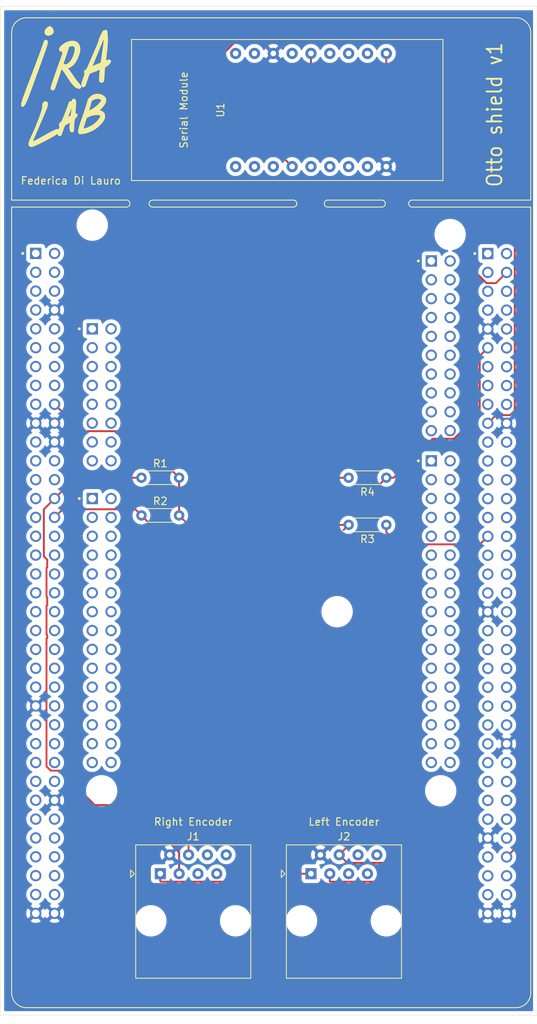
<source format=kicad_pcb>
(kicad_pcb (version 20171130) (host pcbnew 5.1.5-52549c5~84~ubuntu18.04.1)
  (layers (0 F.Cu signal) (31 B.Cu signal) (34 B.Paste user) (35 F.Paste user) (36 B.SilkS user) (37 F.SilkS user) (38 B.Mask user) (39 F.Mask user) (44 Edge.Cuts user))
  (net 0 "")
  (net 1 GND)
  (net 2 "Net-(A1-PadCN11_18)")
  (net 3 "Net-(A1-PadCN11_28)")
  (net 4 "Net-(A1-PadCN11_30)")
  (net 5 "Net-(A1-PadCN12_4)")
  (net 6 "Net-(A1-PadCN12_11)")
  (net 7 "Net-(A1-PadCN12_19)")
  (net 8 "Net-(A1-PadCN12_31)")
  (net 9 "Net-(A1-PadCN12_66)")
  (module az_serial_module:az_serial_module (layer F.Cu) (at 120.65 46.99 90)
    (fp_text reference U1 (at 0 0.5 90) (layer F.SilkS))
    (fp_text value az_serial_module)
    (pad 1 thru_hole circle (at -7.62 2.54 90) (size 1.524 1.524) (drill 0.762) (layers *.Cu *.Mask))
    (pad 2 thru_hole circle (at -7.62 5.08 90) (size 1.524 1.524) (drill 0.762) (layers *.Cu *.Mask))
    (pad 3 thru_hole circle (at -7.62 7.62 90) (size 1.524 1.524) (drill 0.762) (layers *.Cu *.Mask))
    (pad 4 thru_hole circle (at -7.62 10.16 90) (size 1.524 1.524) (drill 0.762) (layers *.Cu *.Mask) (net 9 "Net-(A1-PadCN12_66)"))
    (pad 5 thru_hole circle (at -7.62 12.7 90) (size 1.524 1.524) (drill 0.762) (layers *.Cu *.Mask))
    (pad 6 thru_hole circle (at -7.62 15.24 90) (size 1.524 1.524) (drill 0.762) (layers *.Cu *.Mask))
    (pad 7 thru_hole circle (at -7.62 17.78 90) (size 1.524 1.524) (drill 0.762) (layers *.Cu *.Mask))
    (pad 8 thru_hole circle (at -7.62 20.32 90) (size 1.524 1.524) (drill 0.762) (layers *.Cu *.Mask))
    (pad 9 thru_hole circle (at -7.62 22.86 90) (size 1.524 1.524) (drill 0.762) (layers *.Cu *.Mask) (net 1 GND))
    (pad 10 thru_hole circle (at 7.62 2.54 90) (size 1.524 1.524) (drill 0.762) (layers *.Cu *.Mask))
    (pad 11 thru_hole circle (at 7.62 5.08 90) (size 1.524 1.524) (drill 0.762) (layers *.Cu *.Mask))
    (pad 12 thru_hole circle (at 7.62 7.62 90) (size 1.524 1.524) (drill 0.762) (layers *.Cu *.Mask) (net 1 GND))
    (pad 13 thru_hole circle (at 7.62 10.16 90) (size 1.524 1.524) (drill 0.762) (layers *.Cu *.Mask))
    (pad 14 thru_hole circle (at 7.62 12.7 90) (size 1.524 1.524) (drill 0.762) (layers *.Cu *.Mask) (net 5 "Net-(A1-PadCN12_4)"))
    (pad 15 thru_hole circle (at 7.62 15.24 90) (size 1.524 1.524) (drill 0.762) (layers *.Cu *.Mask))
    (pad 16 thru_hole circle (at 7.62 17.78 90) (size 1.524 1.524) (drill 0.762) (layers *.Cu *.Mask))
    (pad 17 thru_hole circle (at 7.62 20.32 90) (size 1.524 1.524) (drill 0.762) (layers *.Cu *.Mask))
    (pad 18 thru_hole circle (at 7.62 22.86 90) (size 1.524 1.524) (drill 0.762) (layers *.Cu *.Mask) (net 7 "Net-(A1-PadCN12_19)"))
  )
  (module ira_logo:ira_logo (layer F.Cu) (at 100.33 43.815)
    (fp_text reference G*** hide)
    (fp_text value LOGO hide)
  )
  (module NUCLEO-F767ZI:ST_NUCLEO-F767ZI (layer F.Cu) (at 127.985001 101.235001)
    (fp_text reference A1 (at -30.305 -68.219) (layer F.SilkS) (effects (font (size 1.4 1.4) (thickness 0.015))))
    (fp_text value NUCLEO-F767ZI)
    (pad CN11_1 thru_hole rect (at -31.75 -34.93) (size 1.53 1.53) (drill 1.02) (layers *.Cu *.Mask))
    (pad CN11_2 thru_hole circle (at -29.21 -34.93) (size 1.53 1.53) (drill 1.02) (layers *.Cu *.Mask))
    (pad CN11_3 thru_hole circle (at -31.75 -32.39) (size 1.53 1.53) (drill 1.02) (layers *.Cu *.Mask))
    (pad CN11_4 thru_hole circle (at -29.21 -32.39) (size 1.53 1.53) (drill 1.02) (layers *.Cu *.Mask))
    (pad CN11_5 thru_hole circle (at -31.75 -29.85) (size 1.53 1.53) (drill 1.02) (layers *.Cu *.Mask))
    (pad CN11_6 thru_hole circle (at -29.21 -29.85) (size 1.53 1.53) (drill 1.02) (layers *.Cu *.Mask))
    (pad CN11_7 thru_hole circle (at -31.75 -27.31) (size 1.53 1.53) (drill 1.02) (layers *.Cu *.Mask))
    (pad CN11_8 thru_hole circle (at -29.21 -27.31) (size 1.53 1.53) (drill 1.02) (layers *.Cu *.Mask) (net 1 GND))
    (pad CN11_9 thru_hole circle (at -31.75 -24.77) (size 1.53 1.53) (drill 1.02) (layers *.Cu *.Mask))
    (pad CN11_10 thru_hole circle (at -29.21 -24.77) (size 1.53 1.53) (drill 1.02) (layers *.Cu *.Mask))
    (pad CN11_11 thru_hole circle (at -31.75 -22.23) (size 1.53 1.53) (drill 1.02) (layers *.Cu *.Mask))
    (pad CN11_12 thru_hole circle (at -29.21 -22.23) (size 1.53 1.53) (drill 1.02) (layers *.Cu *.Mask))
    (pad CN11_13 thru_hole circle (at -31.75 -19.69) (size 1.53 1.53) (drill 1.02) (layers *.Cu *.Mask))
    (pad CN11_14 thru_hole circle (at -29.21 -19.69) (size 1.53 1.53) (drill 1.02) (layers *.Cu *.Mask))
    (pad CN11_15 thru_hole circle (at -31.75 -17.15) (size 1.53 1.53) (drill 1.02) (layers *.Cu *.Mask))
    (pad CN11_16 thru_hole circle (at -29.21 -17.15) (size 1.53 1.53) (drill 1.02) (layers *.Cu *.Mask))
    (pad CN11_17 thru_hole circle (at -31.75 -14.61) (size 1.53 1.53) (drill 1.02) (layers *.Cu *.Mask))
    (pad CN11_18 thru_hole circle (at -29.21 -14.61) (size 1.53 1.53) (drill 1.02) (layers *.Cu *.Mask) (net 2 "Net-(A1-PadCN11_18)"))
    (pad CN11_19 thru_hole circle (at -31.75 -12.07) (size 1.53 1.53) (drill 1.02) (layers *.Cu *.Mask) (net 1 GND))
    (pad CN11_20 thru_hole circle (at -29.21 -12.07) (size 1.53 1.53) (drill 1.02) (layers *.Cu *.Mask) (net 1 GND))
    (pad CN11_21 thru_hole circle (at -31.75 -9.53) (size 1.53 1.53) (drill 1.02) (layers *.Cu *.Mask))
    (pad CN11_22 thru_hole circle (at -29.21 -9.53) (size 1.53 1.53) (drill 1.02) (layers *.Cu *.Mask) (net 1 GND))
    (pad CN11_23 thru_hole circle (at -31.75 -6.99) (size 1.53 1.53) (drill 1.02) (layers *.Cu *.Mask))
    (pad CN11_24 thru_hole circle (at -29.21 -6.99) (size 1.53 1.53) (drill 1.02) (layers *.Cu *.Mask))
    (pad CN11_25 thru_hole circle (at -31.75 -4.45) (size 1.53 1.53) (drill 1.02) (layers *.Cu *.Mask))
    (pad CN11_26 thru_hole circle (at -29.21 -4.45) (size 1.53 1.53) (drill 1.02) (layers *.Cu *.Mask))
    (pad CN11_27 thru_hole circle (at -31.75 -1.91) (size 1.53 1.53) (drill 1.02) (layers *.Cu *.Mask))
    (pad CN11_28 thru_hole circle (at -29.21 -1.91) (size 1.53 1.53) (drill 1.02) (layers *.Cu *.Mask) (net 3 "Net-(A1-PadCN11_28)"))
    (pad CN11_29 thru_hole circle (at -31.75 0.63) (size 1.53 1.53) (drill 1.02) (layers *.Cu *.Mask))
    (pad CN11_30 thru_hole circle (at -29.21 0.63) (size 1.53 1.53) (drill 1.02) (layers *.Cu *.Mask) (net 4 "Net-(A1-PadCN11_30)"))
    (pad CN11_31 thru_hole circle (at -31.75 3.17) (size 1.53 1.53) (drill 1.02) (layers *.Cu *.Mask))
    (pad CN11_32 thru_hole circle (at -29.21 3.17) (size 1.53 1.53) (drill 1.02) (layers *.Cu *.Mask))
    (pad CN11_33 thru_hole circle (at -31.75 5.71) (size 1.53 1.53) (drill 1.02) (layers *.Cu *.Mask))
    (pad CN11_34 thru_hole circle (at -29.21 5.71) (size 1.53 1.53) (drill 1.02) (layers *.Cu *.Mask))
    (pad CN11_35 thru_hole circle (at -31.75 8.25) (size 1.53 1.53) (drill 1.02) (layers *.Cu *.Mask))
    (pad CN11_36 thru_hole circle (at -29.21 8.25) (size 1.53 1.53) (drill 1.02) (layers *.Cu *.Mask))
    (pad CN11_37 thru_hole circle (at -31.75 10.79) (size 1.53 1.53) (drill 1.02) (layers *.Cu *.Mask))
    (pad CN11_38 thru_hole circle (at -29.21 10.79) (size 1.53 1.53) (drill 1.02) (layers *.Cu *.Mask))
    (pad CN11_39 thru_hole circle (at -31.75 13.33) (size 1.53 1.53) (drill 1.02) (layers *.Cu *.Mask))
    (pad CN11_40 thru_hole circle (at -29.21 13.33) (size 1.53 1.53) (drill 1.02) (layers *.Cu *.Mask))
    (pad CN11_41 thru_hole circle (at -31.75 15.87) (size 1.53 1.53) (drill 1.02) (layers *.Cu *.Mask))
    (pad CN11_42 thru_hole circle (at -29.21 15.87) (size 1.53 1.53) (drill 1.02) (layers *.Cu *.Mask))
    (pad CN11_43 thru_hole circle (at -31.75 18.41) (size 1.53 1.53) (drill 1.02) (layers *.Cu *.Mask))
    (pad CN11_44 thru_hole circle (at -29.21 18.41) (size 1.53 1.53) (drill 1.02) (layers *.Cu *.Mask))
    (pad CN11_45 thru_hole circle (at -31.75 20.95) (size 1.53 1.53) (drill 1.02) (layers *.Cu *.Mask))
    (pad CN11_46 thru_hole circle (at -29.21 20.95) (size 1.53 1.53) (drill 1.02) (layers *.Cu *.Mask))
    (pad CN11_47 thru_hole circle (at -31.75 23.49) (size 1.53 1.53) (drill 1.02) (layers *.Cu *.Mask))
    (pad CN11_48 thru_hole circle (at -29.21 23.49) (size 1.53 1.53) (drill 1.02) (layers *.Cu *.Mask))
    (pad CN11_49 thru_hole circle (at -31.75 26.03) (size 1.53 1.53) (drill 1.02) (layers *.Cu *.Mask) (net 1 GND))
    (pad CN11_50 thru_hole circle (at -29.21 26.03) (size 1.53 1.53) (drill 1.02) (layers *.Cu *.Mask))
    (pad CN11_51 thru_hole circle (at -31.75 28.57) (size 1.53 1.53) (drill 1.02) (layers *.Cu *.Mask))
    (pad CN11_52 thru_hole circle (at -29.21 28.57) (size 1.53 1.53) (drill 1.02) (layers *.Cu *.Mask))
    (pad CN11_53 thru_hole circle (at -31.75 31.11) (size 1.53 1.53) (drill 1.02) (layers *.Cu *.Mask))
    (pad CN11_54 thru_hole circle (at -29.21 31.11) (size 1.53 1.53) (drill 1.02) (layers *.Cu *.Mask))
    (pad CN11_55 thru_hole circle (at -31.75 33.65) (size 1.53 1.53) (drill 1.02) (layers *.Cu *.Mask))
    (pad CN11_56 thru_hole circle (at -29.21 33.65) (size 1.53 1.53) (drill 1.02) (layers *.Cu *.Mask))
    (pad CN11_57 thru_hole circle (at -31.75 36.19) (size 1.53 1.53) (drill 1.02) (layers *.Cu *.Mask))
    (pad CN11_58 thru_hole circle (at -29.21 36.19) (size 1.53 1.53) (drill 1.02) (layers *.Cu *.Mask))
    (pad CN11_59 thru_hole circle (at -31.75 38.73) (size 1.53 1.53) (drill 1.02) (layers *.Cu *.Mask))
    (pad CN11_60 thru_hole circle (at -29.21 38.73) (size 1.53 1.53) (drill 1.02) (layers *.Cu *.Mask) (net 1 GND))
    (pad CN11_61 thru_hole circle (at -31.75 41.27) (size 1.53 1.53) (drill 1.02) (layers *.Cu *.Mask))
    (pad CN11_62 thru_hole circle (at -29.21 41.27) (size 1.53 1.53) (drill 1.02) (layers *.Cu *.Mask))
    (pad CN11_63 thru_hole circle (at -31.75 43.81) (size 1.53 1.53) (drill 1.02) (layers *.Cu *.Mask))
    (pad CN11_64 thru_hole circle (at -29.21 43.81) (size 1.53 1.53) (drill 1.02) (layers *.Cu *.Mask))
    (pad CN11_65 thru_hole circle (at -31.75 46.35) (size 1.53 1.53) (drill 1.02) (layers *.Cu *.Mask))
    (pad CN11_66 thru_hole circle (at -29.21 46.35) (size 1.53 1.53) (drill 1.02) (layers *.Cu *.Mask))
    (pad CN11_67 thru_hole circle (at -31.75 48.89) (size 1.53 1.53) (drill 1.02) (layers *.Cu *.Mask))
    (pad CN11_68 thru_hole circle (at -29.21 48.89) (size 1.53 1.53) (drill 1.02) (layers *.Cu *.Mask))
    (pad CN11_69 thru_hole circle (at -31.75 51.43) (size 1.53 1.53) (drill 1.02) (layers *.Cu *.Mask))
    (pad CN11_70 thru_hole circle (at -29.21 51.43) (size 1.53 1.53) (drill 1.02) (layers *.Cu *.Mask))
    (pad CN12_1 thru_hole rect (at 29.21 -34.91) (size 1.53 1.53) (drill 1.02) (layers *.Cu *.Mask))
    (pad CN12_2 thru_hole circle (at 31.75 -34.91) (size 1.53 1.53) (drill 1.02) (layers *.Cu *.Mask))
    (pad CN8_1 thru_hole rect (at -24.13 -24.77) (size 1.53 1.53) (drill 1.02) (layers *.Cu *.Mask))
    (pad CN8_2 thru_hole circle (at -21.59 -24.77) (size 1.53 1.53) (drill 1.02) (layers *.Cu *.Mask))
    (pad CN8_3 thru_hole circle (at -24.13 -22.23) (size 1.53 1.53) (drill 1.02) (layers *.Cu *.Mask))
    (pad CN8_4 thru_hole circle (at -21.59 -22.23) (size 1.53 1.53) (drill 1.02) (layers *.Cu *.Mask))
    (pad CN8_5 thru_hole circle (at -24.13 -19.69) (size 1.53 1.53) (drill 1.02) (layers *.Cu *.Mask))
    (pad CN8_6 thru_hole circle (at -21.59 -19.69) (size 1.53 1.53) (drill 1.02) (layers *.Cu *.Mask))
    (pad CN8_7 thru_hole circle (at -24.13 -17.15) (size 1.53 1.53) (drill 1.02) (layers *.Cu *.Mask))
    (pad CN8_8 thru_hole circle (at -21.59 -17.15) (size 1.53 1.53) (drill 1.02) (layers *.Cu *.Mask))
    (pad CN8_9 thru_hole circle (at -24.13 -14.61) (size 1.53 1.53) (drill 1.02) (layers *.Cu *.Mask))
    (pad CN8_10 thru_hole circle (at -21.59 -14.61) (size 1.53 1.53) (drill 1.02) (layers *.Cu *.Mask))
    (pad CN8_11 thru_hole circle (at -24.13 -12.07) (size 1.53 1.53) (drill 1.02) (layers *.Cu *.Mask))
    (pad CN8_12 thru_hole circle (at -21.59 -12.07) (size 1.53 1.53) (drill 1.02) (layers *.Cu *.Mask))
    (pad CN8_13 thru_hole circle (at -24.13 -9.53) (size 1.53 1.53) (drill 1.02) (layers *.Cu *.Mask))
    (pad CN8_14 thru_hole circle (at -21.59 -9.53) (size 1.53 1.53) (drill 1.02) (layers *.Cu *.Mask))
    (pad CN8_15 thru_hole circle (at -24.13 -6.99) (size 1.53 1.53) (drill 1.02) (layers *.Cu *.Mask))
    (pad CN8_16 thru_hole circle (at -21.59 -6.99) (size 1.53 1.53) (drill 1.02) (layers *.Cu *.Mask))
    (pad CN9_1 thru_hole rect (at -24.13 -1.91) (size 1.53 1.53) (drill 1.02) (layers *.Cu *.Mask))
    (pad CN9_2 thru_hole circle (at -21.59 -1.91) (size 1.53 1.53) (drill 1.02) (layers *.Cu *.Mask))
    (pad CN9_3 thru_hole circle (at -24.13 0.63) (size 1.53 1.53) (drill 1.02) (layers *.Cu *.Mask))
    (pad CN9_4 thru_hole circle (at -21.59 0.63) (size 1.53 1.53) (drill 1.02) (layers *.Cu *.Mask))
    (pad CN9_5 thru_hole circle (at -24.13 3.17) (size 1.53 1.53) (drill 1.02) (layers *.Cu *.Mask))
    (pad CN9_6 thru_hole circle (at -21.59 3.17) (size 1.53 1.53) (drill 1.02) (layers *.Cu *.Mask))
    (pad CN9_7 thru_hole circle (at -24.13 5.71) (size 1.53 1.53) (drill 1.02) (layers *.Cu *.Mask))
    (pad CN9_8 thru_hole circle (at -21.59 5.71) (size 1.53 1.53) (drill 1.02) (layers *.Cu *.Mask))
    (pad CN9_9 thru_hole circle (at -24.13 8.25) (size 1.53 1.53) (drill 1.02) (layers *.Cu *.Mask))
    (pad CN9_10 thru_hole circle (at -21.59 8.25) (size 1.53 1.53) (drill 1.02) (layers *.Cu *.Mask))
    (pad CN9_11 thru_hole circle (at -24.13 10.79) (size 1.53 1.53) (drill 1.02) (layers *.Cu *.Mask))
    (pad CN9_12 thru_hole circle (at -21.59 10.79) (size 1.53 1.53) (drill 1.02) (layers *.Cu *.Mask))
    (pad CN9_13 thru_hole circle (at -24.13 13.33) (size 1.53 1.53) (drill 1.02) (layers *.Cu *.Mask))
    (pad CN9_14 thru_hole circle (at -21.59 13.33) (size 1.53 1.53) (drill 1.02) (layers *.Cu *.Mask))
    (pad CN9_15 thru_hole circle (at -24.13 15.87) (size 1.53 1.53) (drill 1.02) (layers *.Cu *.Mask))
    (pad CN9_16 thru_hole circle (at -21.59 15.87) (size 1.53 1.53) (drill 1.02) (layers *.Cu *.Mask))
    (pad CN9_17 thru_hole circle (at -24.13 18.41) (size 1.53 1.53) (drill 1.02) (layers *.Cu *.Mask))
    (pad CN9_18 thru_hole circle (at -21.59 18.41) (size 1.53 1.53) (drill 1.02) (layers *.Cu *.Mask))
    (pad CN9_19 thru_hole circle (at -24.13 20.95) (size 1.53 1.53) (drill 1.02) (layers *.Cu *.Mask))
    (pad CN9_20 thru_hole circle (at -21.59 20.95) (size 1.53 1.53) (drill 1.02) (layers *.Cu *.Mask))
    (pad CN9_21 thru_hole circle (at -24.13 23.49) (size 1.53 1.53) (drill 1.02) (layers *.Cu *.Mask))
    (pad CN9_22 thru_hole circle (at -21.59 23.49) (size 1.53 1.53) (drill 1.02) (layers *.Cu *.Mask))
    (pad CN9_23 thru_hole circle (at -24.13 26.03) (size 1.53 1.53) (drill 1.02) (layers *.Cu *.Mask))
    (pad CN9_24 thru_hole circle (at -21.59 26.03) (size 1.53 1.53) (drill 1.02) (layers *.Cu *.Mask))
    (pad CN9_25 thru_hole circle (at -24.13 28.57) (size 1.53 1.53) (drill 1.02) (layers *.Cu *.Mask))
    (pad CN9_26 thru_hole circle (at -21.59 28.57) (size 1.53 1.53) (drill 1.02) (layers *.Cu *.Mask))
    (pad CN9_27 thru_hole circle (at -24.13 31.11) (size 1.53 1.53) (drill 1.02) (layers *.Cu *.Mask))
    (pad CN9_28 thru_hole circle (at -21.59 31.11) (size 1.53 1.53) (drill 1.02) (layers *.Cu *.Mask))
    (pad None np_thru_hole circle (at -22.86 37.46) (size 3.2 3.2) (drill 3.2) (layers *.Cu *.Mask))
    (pad CN7_1 thru_hole rect (at 21.59 -33.914) (size 1.53 1.53) (drill 1.02) (layers *.Cu *.Mask))
    (pad CN7_2 thru_hole circle (at 24.13 -33.914) (size 1.53 1.53) (drill 1.02) (layers *.Cu *.Mask))
    (pad CN10_1 thru_hole rect (at 21.59 -6.99) (size 1.53 1.53) (drill 1.02) (layers *.Cu *.Mask))
    (pad CN10_2 thru_hole circle (at 24.13 -6.99) (size 1.53 1.53) (drill 1.02) (layers *.Cu *.Mask))
    (pad CN10_3 thru_hole circle (at 21.59 -4.45) (size 1.53 1.53) (drill 1.02) (layers *.Cu *.Mask))
    (pad CN10_4 thru_hole circle (at 24.13 -4.45) (size 1.53 1.53) (drill 1.02) (layers *.Cu *.Mask))
    (pad CN10_5 thru_hole circle (at 21.59 -1.91) (size 1.53 1.53) (drill 1.02) (layers *.Cu *.Mask))
    (pad CN10_6 thru_hole circle (at 24.13 -1.91) (size 1.53 1.53) (drill 1.02) (layers *.Cu *.Mask))
    (pad CN10_7 thru_hole circle (at 21.59 0.63) (size 1.53 1.53) (drill 1.02) (layers *.Cu *.Mask))
    (pad CN10_8 thru_hole circle (at 24.13 0.63) (size 1.53 1.53) (drill 1.02) (layers *.Cu *.Mask))
    (pad CN10_9 thru_hole circle (at 21.59 3.17) (size 1.53 1.53) (drill 1.02) (layers *.Cu *.Mask))
    (pad CN10_10 thru_hole circle (at 24.13 3.17) (size 1.53 1.53) (drill 1.02) (layers *.Cu *.Mask))
    (pad CN10_11 thru_hole circle (at 21.59 5.71) (size 1.53 1.53) (drill 1.02) (layers *.Cu *.Mask))
    (pad CN10_12 thru_hole circle (at 24.13 5.71) (size 1.53 1.53) (drill 1.02) (layers *.Cu *.Mask))
    (pad CN10_13 thru_hole circle (at 21.59 8.25) (size 1.53 1.53) (drill 1.02) (layers *.Cu *.Mask))
    (pad CN10_14 thru_hole circle (at 24.13 8.25) (size 1.53 1.53) (drill 1.02) (layers *.Cu *.Mask))
    (pad CN10_15 thru_hole circle (at 21.59 10.79) (size 1.53 1.53) (drill 1.02) (layers *.Cu *.Mask))
    (pad CN10_16 thru_hole circle (at 24.13 10.79) (size 1.53 1.53) (drill 1.02) (layers *.Cu *.Mask))
    (pad None np_thru_hole circle (at 22.86 37.46) (size 3.2 3.2) (drill 3.2) (layers *.Cu *.Mask))
    (pad CN10_17 thru_hole circle (at 21.59 13.33) (size 1.53 1.53) (drill 1.02) (layers *.Cu *.Mask))
    (pad CN10_18 thru_hole circle (at 24.13 13.33) (size 1.53 1.53) (drill 1.02) (layers *.Cu *.Mask))
    (pad CN10_19 thru_hole circle (at 21.59 15.87) (size 1.53 1.53) (drill 1.02) (layers *.Cu *.Mask))
    (pad CN10_20 thru_hole circle (at 24.13 15.87) (size 1.53 1.53) (drill 1.02) (layers *.Cu *.Mask))
    (pad CN10_21 thru_hole circle (at 21.59 18.41) (size 1.53 1.53) (drill 1.02) (layers *.Cu *.Mask))
    (pad CN10_22 thru_hole circle (at 24.13 18.41) (size 1.53 1.53) (drill 1.02) (layers *.Cu *.Mask))
    (pad CN10_23 thru_hole circle (at 21.59 20.95) (size 1.53 1.53) (drill 1.02) (layers *.Cu *.Mask))
    (pad CN10_24 thru_hole circle (at 24.13 20.95) (size 1.53 1.53) (drill 1.02) (layers *.Cu *.Mask))
    (pad CN10_25 thru_hole circle (at 21.59 23.49) (size 1.53 1.53) (drill 1.02) (layers *.Cu *.Mask))
    (pad CN10_26 thru_hole circle (at 24.13 23.49) (size 1.53 1.53) (drill 1.02) (layers *.Cu *.Mask))
    (pad CN10_27 thru_hole circle (at 21.59 26.03) (size 1.53 1.53) (drill 1.02) (layers *.Cu *.Mask))
    (pad CN10_28 thru_hole circle (at 24.13 26.03) (size 1.53 1.53) (drill 1.02) (layers *.Cu *.Mask))
    (pad CN10_29 thru_hole circle (at 21.59 28.57) (size 1.53 1.53) (drill 1.02) (layers *.Cu *.Mask))
    (pad CN10_30 thru_hole circle (at 24.13 28.57) (size 1.53 1.53) (drill 1.02) (layers *.Cu *.Mask))
    (pad CN10_31 thru_hole circle (at 21.59 31.11) (size 1.53 1.53) (drill 1.02) (layers *.Cu *.Mask))
    (pad CN10_32 thru_hole circle (at 24.13 31.11) (size 1.53 1.53) (drill 1.02) (layers *.Cu *.Mask))
    (pad CN11_71 thru_hole circle (at -31.75 53.97) (size 1.53 1.53) (drill 1.02) (layers *.Cu *.Mask) (net 1 GND))
    (pad CN11_72 thru_hole circle (at -29.21 53.97) (size 1.53 1.53) (drill 1.02) (layers *.Cu *.Mask) (net 1 GND))
    (pad None np_thru_hole circle (at 24.13 -37.47) (size 3.2 3.2) (drill 3.2) (layers *.Cu *.Mask))
    (pad None np_thru_hole circle (at 8.89 13.33) (size 3.2 3.2) (drill 3.2) (layers *.Cu *.Mask))
    (pad None np_thru_hole circle (at -24.13 -38.74) (size 3.2 3.2) (drill 3.2) (layers *.Cu *.Mask))
    (pad CN7_3 thru_hole circle (at 21.59 -31.374) (size 1.53 1.53) (drill 1.02) (layers *.Cu *.Mask))
    (pad CN7_4 thru_hole circle (at 24.13 -31.374) (size 1.53 1.53) (drill 1.02) (layers *.Cu *.Mask))
    (pad CN7_5 thru_hole circle (at 21.59 -28.834) (size 1.53 1.53) (drill 1.02) (layers *.Cu *.Mask))
    (pad CN7_6 thru_hole circle (at 24.13 -28.834) (size 1.53 1.53) (drill 1.02) (layers *.Cu *.Mask))
    (pad CN7_7 thru_hole circle (at 21.59 -26.294) (size 1.53 1.53) (drill 1.02) (layers *.Cu *.Mask))
    (pad CN7_8 thru_hole circle (at 24.13 -26.294) (size 1.53 1.53) (drill 1.02) (layers *.Cu *.Mask))
    (pad CN7_9 thru_hole circle (at 21.59 -23.754) (size 1.53 1.53) (drill 1.02) (layers *.Cu *.Mask))
    (pad CN7_10 thru_hole circle (at 24.13 -23.754) (size 1.53 1.53) (drill 1.02) (layers *.Cu *.Mask))
    (pad CN7_11 thru_hole circle (at 21.59 -21.214) (size 1.53 1.53) (drill 1.02) (layers *.Cu *.Mask))
    (pad CN7_12 thru_hole circle (at 24.13 -21.214) (size 1.53 1.53) (drill 1.02) (layers *.Cu *.Mask))
    (pad CN7_13 thru_hole circle (at 21.59 -18.674) (size 1.53 1.53) (drill 1.02) (layers *.Cu *.Mask))
    (pad CN7_14 thru_hole circle (at 24.13 -18.674) (size 1.53 1.53) (drill 1.02) (layers *.Cu *.Mask))
    (pad CN7_15 thru_hole circle (at 21.59 -16.134) (size 1.53 1.53) (drill 1.02) (layers *.Cu *.Mask))
    (pad CN7_16 thru_hole circle (at 24.13 -16.134) (size 1.53 1.53) (drill 1.02) (layers *.Cu *.Mask))
    (pad CN7_17 thru_hole circle (at 21.59 -13.594) (size 1.53 1.53) (drill 1.02) (layers *.Cu *.Mask))
    (pad CN7_18 thru_hole circle (at 24.13 -13.594) (size 1.53 1.53) (drill 1.02) (layers *.Cu *.Mask))
    (pad CN7_19 thru_hole circle (at 21.59 -11.054) (size 1.53 1.53) (drill 1.02) (layers *.Cu *.Mask))
    (pad CN7_20 thru_hole circle (at 24.13 -11.054) (size 1.53 1.53) (drill 1.02) (layers *.Cu *.Mask))
    (pad CN9_29 thru_hole circle (at -24.13 33.65) (size 1.53 1.53) (drill 1.02) (layers *.Cu *.Mask))
    (pad CN9_30 thru_hole circle (at -21.59 33.65) (size 1.53 1.53) (drill 1.02) (layers *.Cu *.Mask))
    (pad CN10_33 thru_hole circle (at 21.59 33.65) (size 1.53 1.53) (drill 1.02) (layers *.Cu *.Mask))
    (pad CN10_34 thru_hole circle (at 24.13 33.65) (size 1.53 1.53) (drill 1.02) (layers *.Cu *.Mask))
    (pad CN12_3 thru_hole circle (at 29.21 -32.37) (size 1.53 1.53) (drill 1.02) (layers *.Cu *.Mask))
    (pad CN12_4 thru_hole circle (at 31.75 -32.37) (size 1.53 1.53) (drill 1.02) (layers *.Cu *.Mask) (net 5 "Net-(A1-PadCN12_4)"))
    (pad CN12_5 thru_hole circle (at 29.21 -29.83) (size 1.53 1.53) (drill 1.02) (layers *.Cu *.Mask))
    (pad CN12_6 thru_hole circle (at 31.75 -29.83) (size 1.53 1.53) (drill 1.02) (layers *.Cu *.Mask))
    (pad CN12_7 thru_hole circle (at 29.21 -27.29) (size 1.53 1.53) (drill 1.02) (layers *.Cu *.Mask))
    (pad CN12_8 thru_hole circle (at 31.75 -27.29) (size 1.53 1.53) (drill 1.02) (layers *.Cu *.Mask))
    (pad CN12_9 thru_hole circle (at 29.21 -24.75) (size 1.53 1.53) (drill 1.02) (layers *.Cu *.Mask) (net 1 GND))
    (pad CN12_10 thru_hole circle (at 31.75 -24.75) (size 1.53 1.53) (drill 1.02) (layers *.Cu *.Mask))
    (pad CN12_11 thru_hole circle (at 29.21 -22.21) (size 1.53 1.53) (drill 1.02) (layers *.Cu *.Mask) (net 6 "Net-(A1-PadCN12_11)"))
    (pad CN12_12 thru_hole circle (at 31.75 -22.21) (size 1.53 1.53) (drill 1.02) (layers *.Cu *.Mask))
    (pad CN12_13 thru_hole circle (at 29.21 -19.67) (size 1.53 1.53) (drill 1.02) (layers *.Cu *.Mask))
    (pad CN12_14 thru_hole circle (at 31.75 -19.67) (size 1.53 1.53) (drill 1.02) (layers *.Cu *.Mask))
    (pad CN12_15 thru_hole circle (at 29.21 -17.13) (size 1.53 1.53) (drill 1.02) (layers *.Cu *.Mask))
    (pad CN12_16 thru_hole circle (at 31.75 -17.13) (size 1.53 1.53) (drill 1.02) (layers *.Cu *.Mask))
    (pad CN12_17 thru_hole circle (at 29.21 -14.59) (size 1.53 1.53) (drill 1.02) (layers *.Cu *.Mask))
    (pad CN12_18 thru_hole circle (at 31.75 -14.59) (size 1.53 1.53) (drill 1.02) (layers *.Cu *.Mask))
    (pad CN12_19 thru_hole circle (at 29.21 -12.05) (size 1.53 1.53) (drill 1.02) (layers *.Cu *.Mask) (net 7 "Net-(A1-PadCN12_19)"))
    (pad CN12_20 thru_hole circle (at 31.75 -12.05) (size 1.53 1.53) (drill 1.02) (layers *.Cu *.Mask) (net 1 GND))
    (pad CN12_21 thru_hole circle (at 29.21 -9.51) (size 1.53 1.53) (drill 1.02) (layers *.Cu *.Mask))
    (pad CN12_22 thru_hole circle (at 31.75 -9.51) (size 1.53 1.53) (drill 1.02) (layers *.Cu *.Mask))
    (pad CN12_23 thru_hole circle (at 29.21 -6.97) (size 1.53 1.53) (drill 1.02) (layers *.Cu *.Mask))
    (pad CN12_24 thru_hole circle (at 31.75 -6.97) (size 1.53 1.53) (drill 1.02) (layers *.Cu *.Mask))
    (pad CN12_25 thru_hole circle (at 29.21 -4.43) (size 1.53 1.53) (drill 1.02) (layers *.Cu *.Mask))
    (pad CN12_26 thru_hole circle (at 31.75 -4.43) (size 1.53 1.53) (drill 1.02) (layers *.Cu *.Mask))
    (pad CN12_27 thru_hole circle (at 29.21 -1.89) (size 1.53 1.53) (drill 1.02) (layers *.Cu *.Mask))
    (pad CN12_28 thru_hole circle (at 31.75 -1.89) (size 1.53 1.53) (drill 1.02) (layers *.Cu *.Mask))
    (pad CN12_29 thru_hole circle (at 29.21 0.65) (size 1.53 1.53) (drill 1.02) (layers *.Cu *.Mask))
    (pad CN12_30 thru_hole circle (at 31.75 0.65) (size 1.53 1.53) (drill 1.02) (layers *.Cu *.Mask))
    (pad CN12_31 thru_hole circle (at 29.21 3.19) (size 1.53 1.53) (drill 1.02) (layers *.Cu *.Mask) (net 8 "Net-(A1-PadCN12_31)"))
    (pad CN12_32 thru_hole circle (at 31.75 3.19) (size 1.53 1.53) (drill 1.02) (layers *.Cu *.Mask))
    (pad CN12_33 thru_hole circle (at 29.21 5.73) (size 1.53 1.53) (drill 1.02) (layers *.Cu *.Mask))
    (pad CN12_34 thru_hole circle (at 31.75 5.73) (size 1.53 1.53) (drill 1.02) (layers *.Cu *.Mask))
    (pad CN12_35 thru_hole circle (at 29.21 8.27) (size 1.53 1.53) (drill 1.02) (layers *.Cu *.Mask))
    (pad CN12_36 thru_hole circle (at 31.75 8.27) (size 1.53 1.53) (drill 1.02) (layers *.Cu *.Mask))
    (pad CN12_37 thru_hole circle (at 29.21 10.81) (size 1.53 1.53) (drill 1.02) (layers *.Cu *.Mask))
    (pad CN12_38 thru_hole circle (at 31.75 10.81) (size 1.53 1.53) (drill 1.02) (layers *.Cu *.Mask))
    (pad CN12_39 thru_hole circle (at 29.21 13.35) (size 1.53 1.53) (drill 1.02) (layers *.Cu *.Mask) (net 1 GND))
    (pad CN12_40 thru_hole circle (at 31.75 13.35) (size 1.53 1.53) (drill 1.02) (layers *.Cu *.Mask))
    (pad CN12_41 thru_hole circle (at 29.21 15.89) (size 1.53 1.53) (drill 1.02) (layers *.Cu *.Mask))
    (pad CN12_42 thru_hole circle (at 31.75 15.89) (size 1.53 1.53) (drill 1.02) (layers *.Cu *.Mask))
    (pad CN12_43 thru_hole circle (at 29.21 18.43) (size 1.53 1.53) (drill 1.02) (layers *.Cu *.Mask))
    (pad CN12_44 thru_hole circle (at 31.75 18.43) (size 1.53 1.53) (drill 1.02) (layers *.Cu *.Mask))
    (pad CN12_45 thru_hole circle (at 29.21 20.97) (size 1.53 1.53) (drill 1.02) (layers *.Cu *.Mask))
    (pad CN12_46 thru_hole circle (at 31.75 20.97) (size 1.53 1.53) (drill 1.02) (layers *.Cu *.Mask))
    (pad CN12_47 thru_hole circle (at 29.21 23.51) (size 1.53 1.53) (drill 1.02) (layers *.Cu *.Mask))
    (pad CN12_48 thru_hole circle (at 31.75 23.51) (size 1.53 1.53) (drill 1.02) (layers *.Cu *.Mask))
    (pad CN12_49 thru_hole circle (at 29.21 26.05) (size 1.53 1.53) (drill 1.02) (layers *.Cu *.Mask))
    (pad CN12_50 thru_hole circle (at 31.75 26.05) (size 1.53 1.53) (drill 1.02) (layers *.Cu *.Mask))
    (pad CN12_51 thru_hole circle (at 29.21 28.59) (size 1.53 1.53) (drill 1.02) (layers *.Cu *.Mask))
    (pad CN12_52 thru_hole circle (at 31.75 28.59) (size 1.53 1.53) (drill 1.02) (layers *.Cu *.Mask))
    (pad CN12_53 thru_hole circle (at 29.21 31.13) (size 1.53 1.53) (drill 1.02) (layers *.Cu *.Mask))
    (pad CN12_54 thru_hole circle (at 31.75 31.13) (size 1.53 1.53) (drill 1.02) (layers *.Cu *.Mask) (net 1 GND))
    (pad CN12_55 thru_hole circle (at 29.21 33.67) (size 1.53 1.53) (drill 1.02) (layers *.Cu *.Mask))
    (pad CN12_56 thru_hole circle (at 31.75 33.67) (size 1.53 1.53) (drill 1.02) (layers *.Cu *.Mask))
    (pad CN12_57 thru_hole circle (at 29.21 36.21) (size 1.53 1.53) (drill 1.02) (layers *.Cu *.Mask))
    (pad CN12_58 thru_hole circle (at 31.75 36.21) (size 1.53 1.53) (drill 1.02) (layers *.Cu *.Mask))
    (pad CN12_59 thru_hole circle (at 29.21 38.75) (size 1.53 1.53) (drill 1.02) (layers *.Cu *.Mask))
    (pad CN12_60 thru_hole circle (at 31.75 38.75) (size 1.53 1.53) (drill 1.02) (layers *.Cu *.Mask))
    (pad CN12_61 thru_hole circle (at 29.21 41.29) (size 1.53 1.53) (drill 1.02) (layers *.Cu *.Mask))
    (pad CN12_62 thru_hole circle (at 31.75 41.29) (size 1.53 1.53) (drill 1.02) (layers *.Cu *.Mask))
    (pad CN12_63 thru_hole circle (at 29.21 43.83) (size 1.53 1.53) (drill 1.02) (layers *.Cu *.Mask) (net 1 GND))
    (pad CN12_64 thru_hole circle (at 31.75 43.83) (size 1.53 1.53) (drill 1.02) (layers *.Cu *.Mask))
    (pad CN12_65 thru_hole circle (at 29.21 46.37) (size 1.53 1.53) (drill 1.02) (layers *.Cu *.Mask))
    (pad CN12_66 thru_hole circle (at 31.75 46.37) (size 1.53 1.53) (drill 1.02) (layers *.Cu *.Mask) (net 9 "Net-(A1-PadCN12_66)"))
    (pad CN12_67 thru_hole circle (at 29.21 48.91) (size 1.53 1.53) (drill 1.02) (layers *.Cu *.Mask))
    (pad CN12_68 thru_hole circle (at 31.75 48.91) (size 1.53 1.53) (drill 1.02) (layers *.Cu *.Mask))
    (pad CN12_69 thru_hole circle (at 29.21 51.45) (size 1.53 1.53) (drill 1.02) (layers *.Cu *.Mask))
    (pad CN12_70 thru_hole circle (at 31.75 51.45) (size 1.53 1.53) (drill 1.02) (layers *.Cu *.Mask))
    (pad CN12_71 thru_hole circle (at 29.21 53.99) (size 1.53 1.53) (drill 1.02) (layers *.Cu *.Mask) (net 1 GND))
    (pad CN12_72 thru_hole circle (at 31.75 53.99) (size 1.53 1.53) (drill 1.02) (layers *.Cu *.Mask) (net 1 GND))
  )
  (module Connector_RJ:RJ45_Amphenol_54602-x08_Horizontal (layer F.Cu) (at 113.03 149.86)
    (fp_text reference J1 (at 4.445 -5) (layer F.SilkS))
    (fp_text value right_encoder)
    (pad "" np_thru_hole circle (at 10.16 6.35) (size 3.2 3.2) (drill 3.2) (layers *.Cu *.Mask))
    (pad "" np_thru_hole circle (at -1.27 6.35) (size 3.2 3.2) (drill 3.2) (layers *.Cu *.Mask))
    (pad 1 thru_hole rect (at 0 0) (size 1.5 1.5) (drill 0.76) (layers *.Cu *.Mask) (net 2 "Net-(A1-PadCN11_18)"))
    (pad 2 thru_hole circle (at 1.27 -2.54) (size 1.5 1.5) (drill 0.76) (layers *.Cu *.Mask) (net 1 GND))
    (pad 3 thru_hole circle (at 2.54 0) (size 1.5 1.5) (drill 0.76) (layers *.Cu *.Mask) (net 3 "Net-(A1-PadCN11_28)"))
    (pad 4 thru_hole circle (at 3.81 -2.54) (size 1.5 1.5) (drill 0.76) (layers *.Cu *.Mask) (net 4 "Net-(A1-PadCN11_30)"))
    (pad 5 thru_hole circle (at 5.08 0) (size 1.5 1.5) (drill 0.76) (layers *.Cu *.Mask))
    (pad 6 thru_hole circle (at 6.35 -2.54) (size 1.5 1.5) (drill 0.76) (layers *.Cu *.Mask))
    (pad 7 thru_hole circle (at 7.62 0) (size 1.5 1.5) (drill 0.76) (layers *.Cu *.Mask))
    (pad 8 thru_hole circle (at 8.89 -2.54) (size 1.5 1.5) (drill 0.76) (layers *.Cu *.Mask))
  )
  (module Connector_RJ:RJ45_Amphenol_54602-x08_Horizontal (layer F.Cu) (at 133.35 149.86)
    (fp_text reference J2 (at 4.445 -5) (layer F.SilkS))
    (fp_text value left_encoder)
    (pad 8 thru_hole circle (at 8.89 -2.54) (size 1.5 1.5) (drill 0.76) (layers *.Cu *.Mask))
    (pad 7 thru_hole circle (at 7.62 0) (size 1.5 1.5) (drill 0.76) (layers *.Cu *.Mask))
    (pad 6 thru_hole circle (at 6.35 -2.54) (size 1.5 1.5) (drill 0.76) (layers *.Cu *.Mask))
    (pad 5 thru_hole circle (at 5.08 0) (size 1.5 1.5) (drill 0.76) (layers *.Cu *.Mask))
    (pad 4 thru_hole circle (at 3.81 -2.54) (size 1.5 1.5) (drill 0.76) (layers *.Cu *.Mask) (net 6 "Net-(A1-PadCN12_11)"))
    (pad 3 thru_hole circle (at 2.54 0) (size 1.5 1.5) (drill 0.76) (layers *.Cu *.Mask) (net 8 "Net-(A1-PadCN12_31)"))
    (pad 2 thru_hole circle (at 1.27 -2.54) (size 1.5 1.5) (drill 0.76) (layers *.Cu *.Mask) (net 1 GND))
    (pad 1 thru_hole rect (at 0 0) (size 1.5 1.5) (drill 0.76) (layers *.Cu *.Mask) (net 2 "Net-(A1-PadCN11_18)"))
    (pad "" np_thru_hole circle (at -1.27 6.35) (size 3.2 3.2) (drill 3.2) (layers *.Cu *.Mask))
    (pad "" np_thru_hole circle (at 10.16 6.35) (size 3.2 3.2) (drill 3.2) (layers *.Cu *.Mask))
  )
  (module Resistor_THT:R_Axial_DIN0204_L3.6mm_D1.6mm_P5.08mm_Horizontal (layer F.Cu) (at 110.49 96.52)
    (fp_text reference R1 (at 2.54 -1.92) (layer F.SilkS))
    (fp_text value 2.7K)
    (pad 1 thru_hole circle (at 0 0) (size 1.4 1.4) (drill 0.7) (layers *.Cu *.Mask) (net 3 "Net-(A1-PadCN11_28)"))
    (pad 2 thru_hole oval (at 5.08 0) (size 1.4 1.4) (drill 0.7) (layers *.Cu *.Mask) (net 2 "Net-(A1-PadCN11_18)"))
  )
  (module Resistor_THT:R_Axial_DIN0204_L3.6mm_D1.6mm_P5.08mm_Horizontal (layer F.Cu) (at 110.49 101.6)
    (fp_text reference R2 (at 2.54 -1.92) (layer F.SilkS))
    (fp_text value 2.7K)
    (pad 2 thru_hole oval (at 5.08 0) (size 1.4 1.4) (drill 0.7) (layers *.Cu *.Mask) (net 2 "Net-(A1-PadCN11_18)"))
    (pad 1 thru_hole circle (at 0 0) (size 1.4 1.4) (drill 0.7) (layers *.Cu *.Mask) (net 4 "Net-(A1-PadCN11_30)"))
  )
  (module Resistor_THT:R_Axial_DIN0204_L3.6mm_D1.6mm_P5.08mm_Horizontal (layer F.Cu) (at 143.51 102.87 180)
    (fp_text reference R3 (at 2.54 -1.92) (layer F.SilkS))
    (fp_text value 2.7K)
    (pad 2 thru_hole oval (at 5.08 0 180) (size 1.4 1.4) (drill 0.7) (layers *.Cu *.Mask) (net 2 "Net-(A1-PadCN11_18)"))
    (pad 1 thru_hole circle (at 0 0 180) (size 1.4 1.4) (drill 0.7) (layers *.Cu *.Mask) (net 8 "Net-(A1-PadCN12_31)"))
  )
  (module Resistor_THT:R_Axial_DIN0204_L3.6mm_D1.6mm_P5.08mm_Horizontal (layer F.Cu) (at 143.51 96.52 180)
    (fp_text reference R4 (at 2.54 -1.92) (layer F.SilkS))
    (fp_text value 2.7K)
    (pad 2 thru_hole oval (at 5.08 0 180) (size 1.4 1.4) (drill 0.7) (layers *.Cu *.Mask) (net 2 "Net-(A1-PadCN11_18)"))
    (pad 1 thru_hole circle (at 0 0 180) (size 1.4 1.4) (drill 0.7) (layers *.Cu *.Mask) (net 6 "Net-(A1-PadCN12_11)"))
  )
  (gr_text "Federica Di Lauro" (at 100.965 56.515) (layer F.SilkS) (effects (font (size 1 1))))
  (gr_text "Otto shield v1" (at 158.115 47.625 90) (layer F.SilkS) (effects (font (size 2 1.8) (thickness 0.25))))
  (gr_text "Serial Module" (at 116.205 46.99 90) (layer F.SilkS) (effects (font (size 1 1))))
  (gr_text "Left Encoder\n" (at 137.795 142.875) (layer F.SilkS) (effects (font (size 1 1))))
  (gr_text "Right Encoder" (at 117.475 142.875) (layer F.SilkS) (effects (font (size 1 1))))
  (gr_line (start 163.83 33.02) (end 91.44 33.02) (layer Edge.Cuts) (width 0.05))
  (gr_line (start 163.83 168.91) (end 163.83 33.02) (layer Edge.Cuts) (width 0.05))
  (gr_line (start 91.44 168.91) (end 163.83 168.91) (layer Edge.Cuts) (width 0.05))
  (gr_line (start 91.44 33.02) (end 91.44 168.91) (layer Edge.Cuts) (width 0.05))
  (segment (start 114.870001 95.820001) (end 115.57 96.52) (width 0.25) (layer F.Cu) (net 2))
  (segment (start 109.305002 90.255002) (end 114.870001 95.820001) (width 0.25) (layer F.Cu) (net 2))
  (segment (start 102.405002 90.255002) (end 109.305002 90.255002) (width 0.25) (layer F.Cu) (net 2))
  (segment (start 98.775001 86.625001) (end 102.405002 90.255002) (width 0.25) (layer F.Cu) (net 2))
  (segment (start 115.57 101.6) (end 115.57 96.52) (width 0.25) (layer F.Cu) (net 2))
  (segment (start 113.03 150.86) (end 113.03 149.86) (width 0.25) (layer F.Cu) (net 2))
  (segment (start 123.384999 150.935001) (end 113.105001 150.935001) (width 0.25) (layer F.Cu) (net 2))
  (segment (start 125.095 149.225) (end 123.384999 150.935001) (width 0.25) (layer F.Cu) (net 2))
  (segment (start 125.095 111.125) (end 125.095 149.225) (width 0.25) (layer F.Cu) (net 2))
  (segment (start 113.105001 150.935001) (end 113.03 150.86) (width 0.25) (layer F.Cu) (net 2))
  (segment (start 115.57 101.6) (end 125.095 111.125) (width 0.25) (layer F.Cu) (net 2))
  (segment (start 133.35 149.86) (end 125.73 149.86) (width 0.25) (layer F.Cu) (net 2))
  (segment (start 125.73 149.86) (end 125.095 149.225) (width 0.25) (layer F.Cu) (net 2))
  (segment (start 137.730001 103.569999) (end 138.43 102.87) (width 0.25) (layer F.Cu) (net 2))
  (segment (start 127.635 96.52) (end 138.43 96.52) (width 0.25) (layer F.Cu) (net 2))
  (segment (start 125.095 99.06) (end 127.635 96.52) (width 0.25) (layer F.Cu) (net 2))
  (segment (start 125.73 102.87) (end 138.43 102.87) (width 0.25) (layer F.Cu) (net 2))
  (segment (start 125.095 103.505) (end 125.095 99.06) (width 0.25) (layer F.Cu) (net 2))
  (segment (start 125.095 103.505) (end 125.73 102.87) (width 0.25) (layer F.Cu) (net 2))
  (segment (start 125.095 111.125) (end 125.095 103.505) (width 0.25) (layer F.Cu) (net 2))
  (segment (start 98.010002 100.09) (end 98.775001 99.325001) (width 0.25) (layer F.Cu) (net 3))
  (segment (start 97.79 107.573202) (end 97.325002 107.108204) (width 0.25) (layer F.Cu) (net 3))
  (segment (start 97.325002 107.108204) (end 97.325002 100.775) (width 0.25) (layer F.Cu) (net 3))
  (segment (start 97.79 108.585) (end 97.79 107.573202) (width 0.25) (layer F.Cu) (net 3))
  (segment (start 97.325002 100.775) (end 98.010002 100.09) (width 0.25) (layer F.Cu) (net 3))
  (segment (start 97.685 112.548202) (end 97.685 108.69) (width 0.25) (layer F.Cu) (net 3))
  (segment (start 97.79 112.653202) (end 97.685 112.548202) (width 0.25) (layer F.Cu) (net 3))
  (segment (start 97.685 108.69) (end 97.79 108.585) (width 0.25) (layer F.Cu) (net 3))
  (segment (start 97.79 113.665) (end 97.79 112.653202) (width 0.25) (layer F.Cu) (net 3))
  (segment (start 97.685 117.628202) (end 97.685 113.77) (width 0.25) (layer F.Cu) (net 3))
  (segment (start 97.79 117.733202) (end 97.685 117.628202) (width 0.25) (layer F.Cu) (net 3))
  (segment (start 97.79 118.11) (end 97.79 117.733202) (width 0.25) (layer F.Cu) (net 3))
  (segment (start 97.685 135.408202) (end 97.685 118.215) (width 0.25) (layer F.Cu) (net 3))
  (segment (start 98.2518 135.975002) (end 97.685 135.408202) (width 0.25) (layer F.Cu) (net 3))
  (segment (start 99.556 135.975002) (end 98.2518 135.975002) (width 0.25) (layer F.Cu) (net 3))
  (segment (start 97.685 118.215) (end 97.79 118.11) (width 0.25) (layer F.Cu) (net 3))
  (segment (start 104.201 140.620002) (end 99.556 135.975002) (width 0.25) (layer F.Cu) (net 3))
  (segment (start 109.191004 140.620002) (end 104.201 140.620002) (width 0.25) (layer F.Cu) (net 3))
  (segment (start 115.57 146.998998) (end 109.191004 140.620002) (width 0.25) (layer F.Cu) (net 3))
  (segment (start 97.685 113.77) (end 97.79 113.665) (width 0.25) (layer F.Cu) (net 3))
  (segment (start 115.57 149.86) (end 115.57 146.998998) (width 0.25) (layer F.Cu) (net 3))
  (segment (start 101.580002 96.52) (end 110.49 96.52) (width 0.25) (layer F.Cu) (net 3))
  (segment (start 98.775001 99.325001) (end 101.580002 96.52) (width 0.25) (layer F.Cu) (net 3))
  (segment (start 109.790001 100.900001) (end 110.49 101.6) (width 0.25) (layer F.Cu) (net 4))
  (segment (start 99.865002 100.775) (end 109.665 100.775) (width 0.25) (layer F.Cu) (net 4))
  (segment (start 109.665 100.775) (end 109.790001 100.900001) (width 0.25) (layer F.Cu) (net 4))
  (segment (start 98.775001 101.865001) (end 99.865002 100.775) (width 0.25) (layer F.Cu) (net 4))
  (segment (start 116.84 107.95) (end 110.49 101.6) (width 0.25) (layer F.Cu) (net 4))
  (segment (start 116.84 147.32) (end 116.84 107.95) (width 0.25) (layer F.Cu) (net 4))
  (segment (start 133.35 39.37) (end 133.35 41.275) (width 0.25) (layer F.Cu) (net 5))
  (segment (start 133.35 41.275) (end 154.94 62.865) (width 0.25) (layer F.Cu) (net 5))
  (segment (start 158.970002 69.63) (end 159.735001 68.865001) (width 0.25) (layer F.Cu) (net 5))
  (segment (start 157.031798 70.315) (end 158.285002 70.315) (width 0.25) (layer F.Cu) (net 5))
  (segment (start 154.94 68.223202) (end 157.031798 70.315) (width 0.25) (layer F.Cu) (net 5))
  (segment (start 158.285002 70.315) (end 158.970002 69.63) (width 0.25) (layer F.Cu) (net 5))
  (segment (start 154.94 62.865) (end 154.94 68.223202) (width 0.25) (layer F.Cu) (net 5))
  (segment (start 138.235001 148.395001) (end 145.609999 148.395001) (width 0.25) (layer F.Cu) (net 6))
  (segment (start 137.16 147.32) (end 138.235001 148.395001) (width 0.25) (layer F.Cu) (net 6))
  (segment (start 137.16 147.32) (end 141.605 142.875) (width 0.25) (layer F.Cu) (net 6))
  (segment (start 142.810001 97.219999) (end 143.51 96.52) (width 0.25) (layer F.Cu) (net 6))
  (segment (start 141.605 98.425) (end 142.810001 97.219999) (width 0.25) (layer F.Cu) (net 6))
  (segment (start 141.605 142.875) (end 141.605 98.425) (width 0.25) (layer F.Cu) (net 6))
  (segment (start 156.430002 79.79) (end 157.195001 79.025001) (width 0.25) (layer F.Cu) (net 6))
  (segment (start 156.105 80.115002) (end 156.430002 79.79) (width 0.25) (layer F.Cu) (net 6))
  (segment (start 156.105 87.804204) (end 156.105 80.115002) (width 0.25) (layer F.Cu) (net 6))
  (segment (start 152.638202 91.271002) (end 156.105 87.804204) (width 0.25) (layer F.Cu) (net 6))
  (segment (start 149.748947 91.271002) (end 152.638202 91.271002) (width 0.25) (layer F.Cu) (net 6))
  (segment (start 144.499949 96.52) (end 149.748947 91.271002) (width 0.25) (layer F.Cu) (net 6))
  (segment (start 143.51 96.52) (end 144.499949 96.52) (width 0.25) (layer F.Cu) (net 6))
  (segment (start 143.51 39.37) (end 143.51 46.355) (width 0.25) (layer F.Cu) (net 7))
  (segment (start 160.19 88.095) (end 158.285002 88.095) (width 0.25) (layer F.Cu) (net 7))
  (segment (start 160.825002 87.459998) (end 160.19 88.095) (width 0.25) (layer F.Cu) (net 7))
  (segment (start 160.825002 63.670002) (end 160.825002 87.459998) (width 0.25) (layer F.Cu) (net 7))
  (segment (start 157.96 88.420002) (end 157.195001 89.185001) (width 0.25) (layer F.Cu) (net 7))
  (segment (start 158.285002 88.095) (end 157.96 88.420002) (width 0.25) (layer F.Cu) (net 7))
  (segment (start 143.51 46.355) (end 160.825002 63.670002) (width 0.25) (layer F.Cu) (net 7))
  (segment (start 135.904341 150.935001) (end 148.149999 150.935001) (width 0.25) (layer F.Cu) (net 8))
  (segment (start 135.89 149.86) (end 135.89 150.92066) (width 0.25) (layer F.Cu) (net 8))
  (segment (start 135.89 150.92066) (end 135.904341 150.935001) (width 0.25) (layer F.Cu) (net 8))
  (segment (start 148.149999 150.935001) (end 154.94 144.145) (width 0.25) (layer F.Cu) (net 8))
  (segment (start 154.94 106.680002) (end 157.195001 104.425001) (width 0.25) (layer F.Cu) (net 8))
  (segment (start 154.94 144.145) (end 154.94 106.680002) (width 0.25) (layer F.Cu) (net 8))
  (segment (start 153.755 105.495002) (end 154.94 106.680002) (width 0.25) (layer F.Cu) (net 8))
  (segment (start 145.145053 105.495002) (end 153.755 105.495002) (width 0.25) (layer F.Cu) (net 8))
  (segment (start 143.51 102.87) (end 143.51 103.859949) (width 0.25) (layer F.Cu) (net 8))
  (segment (start 143.51 103.859949) (end 145.145053 105.495002) (width 0.25) (layer F.Cu) (net 8))
  (segment (start 130.81 54.61) (end 121.285 45.085) (width 0.25) (layer F.Cu) (net 9))
  (segment (start 121.285 39.666238) (end 123.486238 37.465) (width 0.25) (layer F.Cu) (net 9))
  (segment (start 161.29 146.050002) (end 159.735001 147.605001) (width 0.25) (layer F.Cu) (net 9))
  (segment (start 123.486238 37.465) (end 159.385 37.465) (width 0.25) (layer F.Cu) (net 9))
  (segment (start 161.29 40.005) (end 161.29 146.050002) (width 0.25) (layer F.Cu) (net 9))
  (segment (start 121.285 45.085) (end 121.285 39.666238) (width 0.25) (layer F.Cu) (net 9))
  (segment (start 159.385 37.465) (end 161.29 39.37) (width 0.25) (layer F.Cu) (net 9))
  (segment (start 161.29 39.37) (end 161.29 40.005) (width 0.25) (layer F.Cu) (net 9))
  (zone (net 1) (net_name GND) (layer B.Cu) (connect_pads (clearance 0.508)) (min_thickness 0.254) (fill yes (arc_segments 32) (thermal_gap 0.508) (thermal_bridge_width 0.508))
    (polygon (pts (xy 163.83 168.91) (xy 91.44 168.91) (xy 91.44 33.02) (xy 163.83 33.02)))
  )
)
</source>
